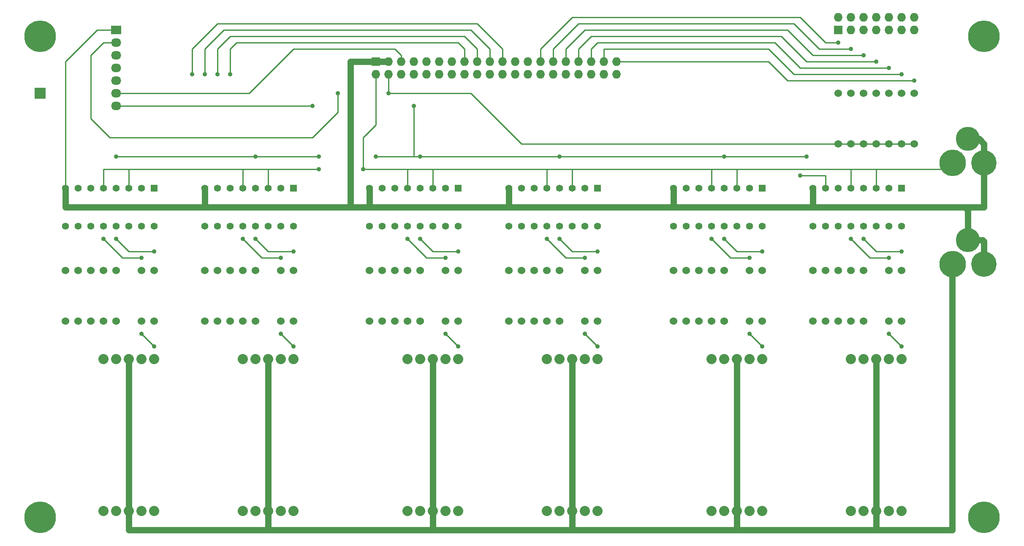
<source format=gbr>
G04 #@! TF.FileFunction,Copper,L2,Bot,Signal*
%FSLAX46Y46*%
G04 Gerber Fmt 4.6, Leading zero omitted, Abs format (unit mm)*
G04 Created by KiCad (PCBNEW (2015-01-16 BZR 5376)-product) date 4/27/2015 10:46:34 PM*
%MOMM*%
G01*
G04 APERTURE LIST*
%ADD10C,0.100000*%
%ADD11R,1.727200X1.727200*%
%ADD12O,1.727200X1.727200*%
%ADD13R,2.235200X2.235200*%
%ADD14R,2.032000X1.727200*%
%ADD15O,2.032000X1.727200*%
%ADD16C,1.524000*%
%ADD17C,2.032000*%
%ADD18R,1.397000X1.397000*%
%ADD19C,1.397000*%
%ADD20C,5.080000*%
%ADD21C,5.334000*%
%ADD22C,4.826000*%
%ADD23C,6.350000*%
%ADD24C,0.889000*%
%ADD25C,1.270000*%
%ADD26C,0.254000*%
G04 APERTURE END LIST*
D10*
D11*
X120650000Y-29210000D03*
D12*
X120650000Y-31750000D03*
X123190000Y-29210000D03*
X123190000Y-31750000D03*
X125730000Y-29210000D03*
X125730000Y-31750000D03*
X128270000Y-29210000D03*
X128270000Y-31750000D03*
X130810000Y-29210000D03*
X130810000Y-31750000D03*
X133350000Y-29210000D03*
X133350000Y-31750000D03*
X135890000Y-29210000D03*
X135890000Y-31750000D03*
X138430000Y-29210000D03*
X138430000Y-31750000D03*
X140970000Y-29210000D03*
X140970000Y-31750000D03*
X143510000Y-29210000D03*
X143510000Y-31750000D03*
X146050000Y-29210000D03*
X146050000Y-31750000D03*
X148590000Y-29210000D03*
X148590000Y-31750000D03*
X151130000Y-29210000D03*
X151130000Y-31750000D03*
X153670000Y-29210000D03*
X153670000Y-31750000D03*
X156210000Y-29210000D03*
X156210000Y-31750000D03*
X158750000Y-29210000D03*
X158750000Y-31750000D03*
X161290000Y-29210000D03*
X161290000Y-31750000D03*
X163830000Y-29210000D03*
X163830000Y-31750000D03*
X166370000Y-29210000D03*
X166370000Y-31750000D03*
X168910000Y-29210000D03*
X168910000Y-31750000D03*
D11*
X213360000Y-22860000D03*
D12*
X213360000Y-20320000D03*
X215900000Y-22860000D03*
X215900000Y-20320000D03*
X218440000Y-22860000D03*
X218440000Y-20320000D03*
X220980000Y-22860000D03*
X220980000Y-20320000D03*
X223520000Y-22860000D03*
X223520000Y-20320000D03*
X226060000Y-22860000D03*
X226060000Y-20320000D03*
X228600000Y-22860000D03*
X228600000Y-20320000D03*
D13*
X53340000Y-35560000D03*
D14*
X68580000Y-22860000D03*
D15*
X68580000Y-25400000D03*
X68580000Y-27940000D03*
X68580000Y-30480000D03*
X68580000Y-33020000D03*
X68580000Y-35560000D03*
X68580000Y-38100000D03*
D16*
X63500000Y-81280000D03*
X63500000Y-71120000D03*
X68580000Y-81280000D03*
X68580000Y-71120000D03*
X60960000Y-81280000D03*
X60960000Y-71120000D03*
X66040000Y-81280000D03*
X66040000Y-71120000D03*
X58420000Y-81280000D03*
X58420000Y-71120000D03*
X76200000Y-81280000D03*
X76200000Y-71120000D03*
X73660000Y-81280000D03*
X73660000Y-71120000D03*
X228600000Y-45720000D03*
X228600000Y-35560000D03*
X226060000Y-45720000D03*
X226060000Y-35560000D03*
X223520000Y-45720000D03*
X223520000Y-35560000D03*
X220980000Y-45720000D03*
X220980000Y-35560000D03*
X218440000Y-45720000D03*
X218440000Y-35560000D03*
X215900000Y-45720000D03*
X215900000Y-35560000D03*
X213360000Y-45720000D03*
X213360000Y-35560000D03*
X91440000Y-81280000D03*
X91440000Y-71120000D03*
X96520000Y-81280000D03*
X96520000Y-71120000D03*
X88900000Y-81280000D03*
X88900000Y-71120000D03*
X93980000Y-81280000D03*
X93980000Y-71120000D03*
X86360000Y-81280000D03*
X86360000Y-71120000D03*
X104140000Y-81280000D03*
X104140000Y-71120000D03*
X101600000Y-81280000D03*
X101600000Y-71120000D03*
X124460000Y-81280000D03*
X124460000Y-71120000D03*
X129540000Y-81280000D03*
X129540000Y-71120000D03*
X121920000Y-81280000D03*
X121920000Y-71120000D03*
X127000000Y-81280000D03*
X127000000Y-71120000D03*
X119380000Y-81280000D03*
X119380000Y-71120000D03*
X137160000Y-81280000D03*
X137160000Y-71120000D03*
X134620000Y-81280000D03*
X134620000Y-71120000D03*
X152400000Y-81280000D03*
X152400000Y-71120000D03*
X157480000Y-81280000D03*
X157480000Y-71120000D03*
X149860000Y-81280000D03*
X149860000Y-71120000D03*
X154940000Y-81280000D03*
X154940000Y-71120000D03*
X147320000Y-81280000D03*
X147320000Y-71120000D03*
X165100000Y-81280000D03*
X165100000Y-71120000D03*
X162560000Y-81280000D03*
X162560000Y-71120000D03*
X185420000Y-81280000D03*
X185420000Y-71120000D03*
X190500000Y-81280000D03*
X190500000Y-71120000D03*
X182880000Y-81280000D03*
X182880000Y-71120000D03*
X187960000Y-81280000D03*
X187960000Y-71120000D03*
X180340000Y-81280000D03*
X180340000Y-71120000D03*
X198120000Y-81280000D03*
X198120000Y-71120000D03*
X195580000Y-81280000D03*
X195580000Y-71120000D03*
X213360000Y-81280000D03*
X213360000Y-71120000D03*
X218440000Y-81280000D03*
X218440000Y-71120000D03*
X210820000Y-81280000D03*
X210820000Y-71120000D03*
X215900000Y-81280000D03*
X215900000Y-71120000D03*
X208280000Y-81280000D03*
X208280000Y-71120000D03*
X226060000Y-81280000D03*
X226060000Y-71120000D03*
X223520000Y-81280000D03*
X223520000Y-71120000D03*
D17*
X66040000Y-119380000D03*
X68580000Y-119380000D03*
X71120000Y-119380000D03*
X73660000Y-119380000D03*
X76200000Y-119380000D03*
X76200000Y-88900000D03*
X73660000Y-88900000D03*
X71120000Y-88900000D03*
X68580000Y-88900000D03*
X66040000Y-88900000D03*
D18*
X76200000Y-54610000D03*
D19*
X73660000Y-54610000D03*
X71120000Y-54610000D03*
X68580000Y-54610000D03*
X66040000Y-54610000D03*
X63500000Y-54610000D03*
X60960000Y-54610000D03*
X58420000Y-54610000D03*
X58420000Y-62230000D03*
X60960000Y-62230000D03*
X63500000Y-62230000D03*
X66040000Y-62230000D03*
X68580000Y-62230000D03*
X71120000Y-62230000D03*
X73660000Y-62230000D03*
X76200000Y-62230000D03*
D17*
X93980000Y-119380000D03*
X96520000Y-119380000D03*
X99060000Y-119380000D03*
X101600000Y-119380000D03*
X104140000Y-119380000D03*
X104140000Y-88900000D03*
X101600000Y-88900000D03*
X99060000Y-88900000D03*
X96520000Y-88900000D03*
X93980000Y-88900000D03*
D18*
X104140000Y-54610000D03*
D19*
X101600000Y-54610000D03*
X99060000Y-54610000D03*
X96520000Y-54610000D03*
X93980000Y-54610000D03*
X91440000Y-54610000D03*
X88900000Y-54610000D03*
X86360000Y-54610000D03*
X86360000Y-62230000D03*
X88900000Y-62230000D03*
X91440000Y-62230000D03*
X93980000Y-62230000D03*
X96520000Y-62230000D03*
X99060000Y-62230000D03*
X101600000Y-62230000D03*
X104140000Y-62230000D03*
D17*
X127000000Y-119380000D03*
X129540000Y-119380000D03*
X132080000Y-119380000D03*
X134620000Y-119380000D03*
X137160000Y-119380000D03*
X137160000Y-88900000D03*
X134620000Y-88900000D03*
X132080000Y-88900000D03*
X129540000Y-88900000D03*
X127000000Y-88900000D03*
D18*
X137160000Y-54610000D03*
D19*
X134620000Y-54610000D03*
X132080000Y-54610000D03*
X129540000Y-54610000D03*
X127000000Y-54610000D03*
X124460000Y-54610000D03*
X121920000Y-54610000D03*
X119380000Y-54610000D03*
X119380000Y-62230000D03*
X121920000Y-62230000D03*
X124460000Y-62230000D03*
X127000000Y-62230000D03*
X129540000Y-62230000D03*
X132080000Y-62230000D03*
X134620000Y-62230000D03*
X137160000Y-62230000D03*
D17*
X154940000Y-119380000D03*
X157480000Y-119380000D03*
X160020000Y-119380000D03*
X162560000Y-119380000D03*
X165100000Y-119380000D03*
X165100000Y-88900000D03*
X162560000Y-88900000D03*
X160020000Y-88900000D03*
X157480000Y-88900000D03*
X154940000Y-88900000D03*
D18*
X165100000Y-54610000D03*
D19*
X162560000Y-54610000D03*
X160020000Y-54610000D03*
X157480000Y-54610000D03*
X154940000Y-54610000D03*
X152400000Y-54610000D03*
X149860000Y-54610000D03*
X147320000Y-54610000D03*
X147320000Y-62230000D03*
X149860000Y-62230000D03*
X152400000Y-62230000D03*
X154940000Y-62230000D03*
X157480000Y-62230000D03*
X160020000Y-62230000D03*
X162560000Y-62230000D03*
X165100000Y-62230000D03*
D17*
X187960000Y-119380000D03*
X190500000Y-119380000D03*
X193040000Y-119380000D03*
X195580000Y-119380000D03*
X198120000Y-119380000D03*
X198120000Y-88900000D03*
X195580000Y-88900000D03*
X193040000Y-88900000D03*
X190500000Y-88900000D03*
X187960000Y-88900000D03*
D18*
X198120000Y-54610000D03*
D19*
X195580000Y-54610000D03*
X193040000Y-54610000D03*
X190500000Y-54610000D03*
X187960000Y-54610000D03*
X185420000Y-54610000D03*
X182880000Y-54610000D03*
X180340000Y-54610000D03*
X180340000Y-62230000D03*
X182880000Y-62230000D03*
X185420000Y-62230000D03*
X187960000Y-62230000D03*
X190500000Y-62230000D03*
X193040000Y-62230000D03*
X195580000Y-62230000D03*
X198120000Y-62230000D03*
D17*
X215900000Y-119380000D03*
X218440000Y-119380000D03*
X220980000Y-119380000D03*
X223520000Y-119380000D03*
X226060000Y-119380000D03*
X226060000Y-88900000D03*
X223520000Y-88900000D03*
X220980000Y-88900000D03*
X218440000Y-88900000D03*
X215900000Y-88900000D03*
D18*
X226060000Y-54610000D03*
D19*
X223520000Y-54610000D03*
X220980000Y-54610000D03*
X218440000Y-54610000D03*
X215900000Y-54610000D03*
X213360000Y-54610000D03*
X210820000Y-54610000D03*
X208280000Y-54610000D03*
X208280000Y-62230000D03*
X210820000Y-62230000D03*
X213360000Y-62230000D03*
X215900000Y-62230000D03*
X218440000Y-62230000D03*
X220980000Y-62230000D03*
X223520000Y-62230000D03*
X226060000Y-62230000D03*
D20*
X242570000Y-49530000D03*
D21*
X236321600Y-49530000D03*
D22*
X239318800Y-44729400D03*
D20*
X242570000Y-69850000D03*
D21*
X236321600Y-69850000D03*
D22*
X239318800Y-65049400D03*
D23*
X242570000Y-120650000D03*
X53340000Y-120650000D03*
X53340000Y-24130000D03*
X242570000Y-24130000D03*
D24*
X109220000Y-50800000D03*
X118110000Y-50800000D03*
X123190000Y-35560000D03*
X113030000Y-35560000D03*
X83820000Y-31750000D03*
X91440000Y-31750000D03*
X88900000Y-31750000D03*
X86360000Y-31750000D03*
X205740000Y-52070000D03*
X109220000Y-48260000D03*
X120650000Y-48260000D03*
X128270000Y-38100000D03*
X207010000Y-48260000D03*
X129540000Y-48260000D03*
X157480000Y-48260000D03*
X190500000Y-48260000D03*
X68580000Y-48260000D03*
X96520000Y-48260000D03*
X213360000Y-25400000D03*
X215900000Y-26670000D03*
X218440000Y-27940000D03*
X220980000Y-29210000D03*
X223520000Y-30480000D03*
X226060000Y-31750000D03*
X228600000Y-33020000D03*
X107950000Y-38100000D03*
X76200000Y-67310000D03*
X68580000Y-64770000D03*
X76200000Y-86360000D03*
X73660000Y-83820000D03*
X73660000Y-68580000D03*
X66040000Y-64770000D03*
X104140000Y-67310000D03*
X96520000Y-64770000D03*
X104140000Y-86360000D03*
X101600000Y-83820000D03*
X101600000Y-68580000D03*
X93980000Y-64770000D03*
X137160000Y-67310000D03*
X129540000Y-64770000D03*
X137160000Y-86360000D03*
X134620000Y-83820000D03*
X134620000Y-68580000D03*
X127000000Y-64770000D03*
X165100000Y-67310000D03*
X157480000Y-64770000D03*
X165100000Y-86360000D03*
X162560000Y-83820000D03*
X162560000Y-68580000D03*
X154940000Y-64770000D03*
X198120000Y-67310000D03*
X190500000Y-64770000D03*
X198120000Y-86360000D03*
X195580000Y-83820000D03*
X195580000Y-68580000D03*
X187960000Y-64770000D03*
X226060000Y-67310000D03*
X218440000Y-64770000D03*
X226060000Y-86360000D03*
X223520000Y-83820000D03*
X223520000Y-68580000D03*
X215900000Y-64770000D03*
D25*
X115570000Y-53340000D02*
X115570000Y-29210000D01*
X120650000Y-29210000D02*
X115570000Y-29210000D01*
X115570000Y-53340000D02*
X115570000Y-58420000D01*
D26*
X58420000Y-54610000D02*
X58420000Y-29210000D01*
X64770000Y-22860000D02*
X68580000Y-22860000D01*
X58420000Y-29210000D02*
X64770000Y-22860000D01*
D25*
X123190000Y-29210000D02*
X120650000Y-29210000D01*
X242570000Y-49530000D02*
X242570000Y-45720000D01*
X242570000Y-45720000D02*
X241579400Y-44729400D01*
X241579400Y-44729400D02*
X239318800Y-44729400D01*
X238760000Y-58420000D02*
X242570000Y-58420000D01*
X242570000Y-58420000D02*
X242570000Y-49530000D01*
X239318800Y-65049400D02*
X242290600Y-65049400D01*
X242570000Y-65328800D02*
X242570000Y-69850000D01*
X242290600Y-65049400D02*
X242570000Y-65328800D01*
X233680000Y-58420000D02*
X238760000Y-58420000D01*
X208280000Y-58420000D02*
X233680000Y-58420000D01*
X239318800Y-58978800D02*
X239318800Y-65049400D01*
X238760000Y-58420000D02*
X239318800Y-58978800D01*
X208280000Y-54610000D02*
X208280000Y-58420000D01*
X180340000Y-54610000D02*
X180340000Y-58420000D01*
X147320000Y-54610000D02*
X147320000Y-58420000D01*
X119380000Y-54610000D02*
X119380000Y-58420000D01*
X86360000Y-54610000D02*
X86360000Y-58420000D01*
X58420000Y-54610000D02*
X58420000Y-58420000D01*
X123190000Y-58420000D02*
X147320000Y-58420000D01*
X147320000Y-58420000D02*
X180340000Y-58420000D01*
X180340000Y-58420000D02*
X208280000Y-58420000D01*
X58420000Y-58420000D02*
X86360000Y-58420000D01*
X86360000Y-58420000D02*
X115570000Y-58420000D01*
X115570000Y-58420000D02*
X119380000Y-58420000D01*
X119380000Y-58420000D02*
X123190000Y-58420000D01*
D26*
X120650000Y-41910000D02*
X118110000Y-44450000D01*
X120650000Y-31750000D02*
X120650000Y-41910000D01*
X118110000Y-44450000D02*
X118110000Y-50800000D01*
X109220000Y-50800000D02*
X99060000Y-50800000D01*
X220980000Y-50800000D02*
X235051600Y-50800000D01*
X235051600Y-50800000D02*
X236321600Y-49530000D01*
X220980000Y-54610000D02*
X220980000Y-50800000D01*
X215900000Y-54610000D02*
X215900000Y-50800000D01*
X193040000Y-54610000D02*
X193040000Y-50800000D01*
X187960000Y-54610000D02*
X187960000Y-50800000D01*
X160020000Y-54610000D02*
X160020000Y-50800000D01*
X154940000Y-54610000D02*
X154940000Y-50800000D01*
X132080000Y-54610000D02*
X132080000Y-50800000D01*
X127000000Y-54610000D02*
X127000000Y-50800000D01*
X99060000Y-54610000D02*
X99060000Y-50800000D01*
X93980000Y-54610000D02*
X93980000Y-50800000D01*
X71120000Y-54610000D02*
X71120000Y-50800000D01*
X220980000Y-50800000D02*
X215900000Y-50800000D01*
X215900000Y-50800000D02*
X193040000Y-50800000D01*
X193040000Y-50800000D02*
X187960000Y-50800000D01*
X187960000Y-50800000D02*
X160020000Y-50800000D01*
X160020000Y-50800000D02*
X154940000Y-50800000D01*
X154940000Y-50800000D02*
X132080000Y-50800000D01*
X132080000Y-50800000D02*
X127000000Y-50800000D01*
X127000000Y-50800000D02*
X118110000Y-50800000D01*
X99060000Y-50800000D02*
X93980000Y-50800000D01*
X71120000Y-50800000D02*
X93980000Y-50800000D01*
X66040000Y-50800000D02*
X71120000Y-50800000D01*
X66040000Y-50800000D02*
X66040000Y-54610000D01*
X68580000Y-25400000D02*
X66040000Y-25400000D01*
X67310000Y-44450000D02*
X107950000Y-44450000D01*
X107950000Y-44450000D02*
X113030000Y-39370000D01*
X113030000Y-39370000D02*
X113030000Y-35560000D01*
X63500000Y-27940000D02*
X63500000Y-40640000D01*
X63500000Y-40640000D02*
X67310000Y-44450000D01*
X66040000Y-25400000D02*
X63500000Y-27940000D01*
X213360000Y-45720000D02*
X149860000Y-45720000D01*
X123190000Y-35560000D02*
X123190000Y-31750000D01*
X139700000Y-35560000D02*
X123190000Y-35560000D01*
X149860000Y-45720000D02*
X139700000Y-35560000D01*
X218440000Y-45720000D02*
X215900000Y-45720000D01*
X220980000Y-45720000D02*
X218440000Y-45720000D01*
X223520000Y-45720000D02*
X220980000Y-45720000D01*
X226060000Y-45720000D02*
X223520000Y-45720000D01*
X228600000Y-45720000D02*
X226060000Y-45720000D01*
X213360000Y-45720000D02*
X228600000Y-45720000D01*
X146050000Y-29210000D02*
X146050000Y-26670000D01*
X88900000Y-21590000D02*
X83820000Y-26670000D01*
X83820000Y-26670000D02*
X83820000Y-31750000D01*
X140970000Y-21590000D02*
X88900000Y-21590000D01*
X146050000Y-26670000D02*
X140970000Y-21590000D01*
X138430000Y-29210000D02*
X138430000Y-26670000D01*
X92710000Y-25400000D02*
X92710000Y-25400000D01*
X92710000Y-25400000D02*
X92710000Y-25400000D01*
X92710000Y-25400000D02*
X92710000Y-25400000D01*
X92710000Y-25400000D02*
X91440000Y-26670000D01*
X91440000Y-26670000D02*
X91440000Y-31750000D01*
X137160000Y-25400000D02*
X92710000Y-25400000D01*
X138430000Y-26670000D02*
X137160000Y-25400000D01*
X140970000Y-29210000D02*
X140970000Y-26670000D01*
X91440000Y-24130000D02*
X88900000Y-26670000D01*
X88900000Y-26670000D02*
X88900000Y-31750000D01*
X138430000Y-24130000D02*
X91440000Y-24130000D01*
X140970000Y-26670000D02*
X138430000Y-24130000D01*
X143510000Y-29210000D02*
X143510000Y-26670000D01*
X90170000Y-22860000D02*
X86360000Y-26670000D01*
X86360000Y-26670000D02*
X86360000Y-31750000D01*
X139700000Y-22860000D02*
X90170000Y-22860000D01*
X143510000Y-26670000D02*
X139700000Y-22860000D01*
X210820000Y-54610000D02*
X210820000Y-52070000D01*
X210820000Y-52070000D02*
X205740000Y-52070000D01*
X96520000Y-48260000D02*
X109220000Y-48260000D01*
X120650000Y-48260000D02*
X128270000Y-48260000D01*
X128270000Y-38100000D02*
X128270000Y-48260000D01*
X129540000Y-48260000D02*
X128270000Y-48260000D01*
X190500000Y-48260000D02*
X207010000Y-48260000D01*
X157480000Y-48260000D02*
X129540000Y-48260000D01*
X190500000Y-48260000D02*
X157480000Y-48260000D01*
X96520000Y-48260000D02*
X68580000Y-48260000D01*
X153670000Y-29210000D02*
X153670000Y-26670000D01*
X210820000Y-25400000D02*
X213360000Y-25400000D01*
X205740000Y-20320000D02*
X210820000Y-25400000D01*
X160020000Y-20320000D02*
X205740000Y-20320000D01*
X153670000Y-26670000D02*
X160020000Y-20320000D01*
X156210000Y-29210000D02*
X156210000Y-26670000D01*
X209550000Y-26670000D02*
X215900000Y-26670000D01*
X204470000Y-21590000D02*
X209550000Y-26670000D01*
X161290000Y-21590000D02*
X204470000Y-21590000D01*
X156210000Y-26670000D02*
X161290000Y-21590000D01*
X158750000Y-29210000D02*
X158750000Y-26670000D01*
X208280000Y-27940000D02*
X218440000Y-27940000D01*
X203200000Y-22860000D02*
X208280000Y-27940000D01*
X162560000Y-22860000D02*
X203200000Y-22860000D01*
X158750000Y-26670000D02*
X162560000Y-22860000D01*
X161290000Y-29210000D02*
X161290000Y-26670000D01*
X207010000Y-29210000D02*
X220980000Y-29210000D01*
X201930000Y-24130000D02*
X207010000Y-29210000D01*
X163830000Y-24130000D02*
X201930000Y-24130000D01*
X161290000Y-26670000D02*
X163830000Y-24130000D01*
X163830000Y-29210000D02*
X163830000Y-26670000D01*
X205740000Y-30480000D02*
X223520000Y-30480000D01*
X200660000Y-25400000D02*
X205740000Y-30480000D01*
X165100000Y-25400000D02*
X200660000Y-25400000D01*
X163830000Y-26670000D02*
X165100000Y-25400000D01*
X166370000Y-29210000D02*
X166370000Y-26670000D01*
X204470000Y-31750000D02*
X226060000Y-31750000D01*
X199390000Y-26670000D02*
X204470000Y-31750000D01*
X166370000Y-26670000D02*
X199390000Y-26670000D01*
X194310000Y-29210000D02*
X199390000Y-29210000D01*
X168910000Y-29210000D02*
X194310000Y-29210000D01*
X203200000Y-33020000D02*
X228600000Y-33020000D01*
X199390000Y-29210000D02*
X203200000Y-33020000D01*
X68580000Y-35560000D02*
X95250000Y-35560000D01*
X125730000Y-27940000D02*
X124460000Y-26670000D01*
X124460000Y-26670000D02*
X104140000Y-26670000D01*
X104140000Y-26670000D02*
X95250000Y-35560000D01*
X125730000Y-27940000D02*
X125730000Y-29210000D01*
X72390000Y-38100000D02*
X68580000Y-38100000D01*
X77470000Y-38100000D02*
X72390000Y-38100000D01*
X107950000Y-38100000D02*
X77470000Y-38100000D01*
X71120000Y-67310000D02*
X76200000Y-67310000D01*
X68580000Y-64770000D02*
X71120000Y-67310000D01*
X73660000Y-83820000D02*
X76200000Y-86360000D01*
X69850000Y-68580000D02*
X73660000Y-68580000D01*
X66040000Y-64770000D02*
X69850000Y-68580000D01*
X99060000Y-67310000D02*
X104140000Y-67310000D01*
X96520000Y-64770000D02*
X99060000Y-67310000D01*
X101600000Y-83820000D02*
X104140000Y-86360000D01*
X97790000Y-68580000D02*
X101600000Y-68580000D01*
X93980000Y-64770000D02*
X97790000Y-68580000D01*
X132080000Y-67310000D02*
X137160000Y-67310000D01*
X129540000Y-64770000D02*
X132080000Y-67310000D01*
X134620000Y-83820000D02*
X137160000Y-86360000D01*
X130810000Y-68580000D02*
X134620000Y-68580000D01*
X127000000Y-64770000D02*
X130810000Y-68580000D01*
X160020000Y-67310000D02*
X165100000Y-67310000D01*
X157480000Y-64770000D02*
X160020000Y-67310000D01*
X162560000Y-83820000D02*
X165100000Y-86360000D01*
X158750000Y-68580000D02*
X162560000Y-68580000D01*
X154940000Y-64770000D02*
X158750000Y-68580000D01*
X193040000Y-67310000D02*
X198120000Y-67310000D01*
X190500000Y-64770000D02*
X193040000Y-67310000D01*
X195580000Y-83820000D02*
X198120000Y-86360000D01*
X191770000Y-68580000D02*
X195580000Y-68580000D01*
X187960000Y-64770000D02*
X191770000Y-68580000D01*
X220980000Y-67310000D02*
X226060000Y-67310000D01*
X218440000Y-64770000D02*
X220980000Y-67310000D01*
X223520000Y-83820000D02*
X226060000Y-86360000D01*
X219710000Y-68580000D02*
X223520000Y-68580000D01*
X215900000Y-64770000D02*
X219710000Y-68580000D01*
D25*
X193040000Y-119380000D02*
X193040000Y-123190000D01*
X193040000Y-123190000D02*
X220980000Y-123190000D01*
X220980000Y-123190000D02*
X220980000Y-119380000D01*
X160020000Y-119380000D02*
X160020000Y-123190000D01*
X160020000Y-123190000D02*
X193040000Y-123190000D01*
X71120000Y-119380000D02*
X71120000Y-123190000D01*
X71120000Y-123190000D02*
X99060000Y-123190000D01*
X99060000Y-123190000D02*
X99060000Y-119380000D01*
X160020000Y-123190000D02*
X130810000Y-123190000D01*
X130810000Y-123190000D02*
X132080000Y-123190000D01*
X132080000Y-123190000D02*
X132080000Y-119380000D01*
X236220000Y-72390000D02*
X236220000Y-123190000D01*
X236220000Y-123190000D02*
X220980000Y-123190000D01*
X236220000Y-72390000D02*
X236321600Y-69850000D01*
X220980000Y-88900000D02*
X220980000Y-123190000D01*
X193040000Y-88900000D02*
X193040000Y-123190000D01*
X160020000Y-88900000D02*
X160020000Y-123190000D01*
X132080000Y-88900000D02*
X132080000Y-123190000D01*
X99060000Y-88900000D02*
X99060000Y-123190000D01*
X71120000Y-88900000D02*
X71120000Y-123190000D01*
X198120000Y-123190000D02*
X220980000Y-123190000D01*
X193040000Y-123190000D02*
X198120000Y-123190000D01*
X133350000Y-123190000D02*
X160020000Y-123190000D01*
X132080000Y-123190000D02*
X133350000Y-123190000D01*
X160020000Y-123190000D02*
X193040000Y-123190000D01*
X71120000Y-123190000D02*
X99060000Y-123190000D01*
X99060000Y-123190000D02*
X132080000Y-123190000D01*
M02*

</source>
